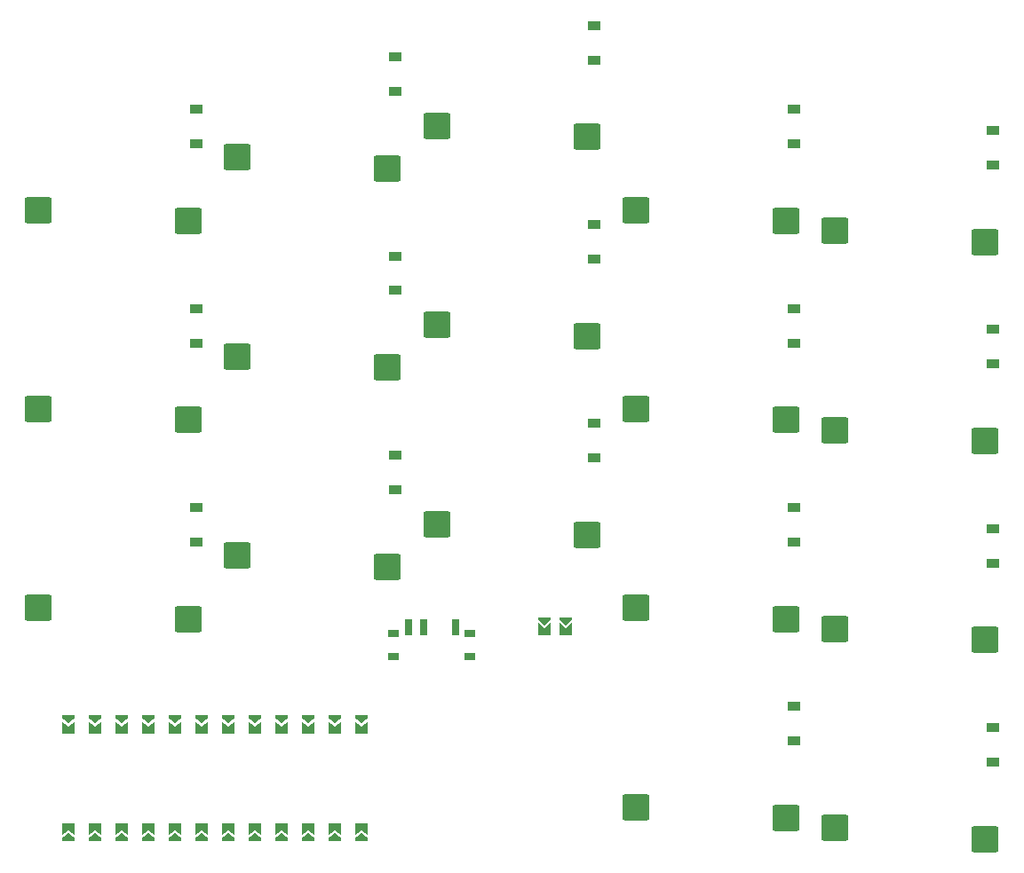
<source format=gbr>
%TF.GenerationSoftware,KiCad,Pcbnew,8.0.4*%
%TF.CreationDate,2024-08-31T21:53:54+08:00*%
%TF.ProjectId,board,626f6172-642e-46b6-9963-61645f706362,v1.0.0*%
%TF.SameCoordinates,Original*%
%TF.FileFunction,Paste,Bot*%
%TF.FilePolarity,Positive*%
%FSLAX46Y46*%
G04 Gerber Fmt 4.6, Leading zero omitted, Abs format (unit mm)*
G04 Created by KiCad (PCBNEW 8.0.4) date 2024-08-31 21:53:54*
%MOMM*%
%LPD*%
G01*
G04 APERTURE LIST*
G04 Aperture macros list*
%AMRoundRect*
0 Rectangle with rounded corners*
0 $1 Rounding radius*
0 $2 $3 $4 $5 $6 $7 $8 $9 X,Y pos of 4 corners*
0 Add a 4 corners polygon primitive as box body*
4,1,4,$2,$3,$4,$5,$6,$7,$8,$9,$2,$3,0*
0 Add four circle primitives for the rounded corners*
1,1,$1+$1,$2,$3*
1,1,$1+$1,$4,$5*
1,1,$1+$1,$6,$7*
1,1,$1+$1,$8,$9*
0 Add four rect primitives between the rounded corners*
20,1,$1+$1,$2,$3,$4,$5,0*
20,1,$1+$1,$4,$5,$6,$7,0*
20,1,$1+$1,$6,$7,$8,$9,0*
20,1,$1+$1,$8,$9,$2,$3,0*%
%AMFreePoly0*
4,1,6,0.250000,0.000000,-0.250000,-0.625000,-0.500000,-0.625000,-0.500000,0.625000,-0.250000,0.625000,0.250000,0.000000,0.250000,0.000000,$1*%
%AMFreePoly1*
4,1,6,0.500000,-0.625000,-0.650000,-0.625000,-0.150000,0.000000,-0.650000,0.625000,0.500000,0.625000,0.500000,-0.625000,0.500000,-0.625000,$1*%
%AMFreePoly2*
4,1,6,0.600000,-1.000000,0.000000,-0.400000,-0.600000,-1.000000,-0.600000,0.250000,0.600000,0.250000,0.600000,-1.000000,0.600000,-1.000000,$1*%
%AMFreePoly3*
4,1,6,0.600000,-0.200000,0.600000,-0.400000,-0.600000,-0.400000,-0.600000,-0.200000,0.000000,0.400000,0.600000,-0.200000,0.600000,-0.200000,$1*%
G04 Aperture macros list end*
%ADD10FreePoly0,270.000000*%
%ADD11FreePoly0,90.000000*%
%ADD12FreePoly1,90.000000*%
%ADD13FreePoly1,270.000000*%
%ADD14R,1.000000X0.800000*%
%ADD15R,0.700000X1.500000*%
%ADD16FreePoly2,180.000000*%
%ADD17FreePoly3,180.000000*%
%ADD18R,1.200000X0.900000*%
%ADD19RoundRect,0.250000X-1.050000X-1.000000X1.050000X-1.000000X1.050000X1.000000X-1.050000X1.000000X0*%
G04 APERTURE END LIST*
D10*
%TO.C,MCU1*%
X169810000Y-171450000D03*
X172350000Y-171450000D03*
X174890000Y-171450000D03*
X177430000Y-171450000D03*
X179970000Y-171450000D03*
X182510000Y-171450000D03*
X185050000Y-171450000D03*
X187590000Y-171450000D03*
X190130000Y-171450000D03*
X192670000Y-171450000D03*
X195210000Y-171450000D03*
X197750000Y-171450000D03*
D11*
X197750000Y-182450000D03*
X195210000Y-182450000D03*
X192670000Y-182450000D03*
X190130000Y-182450000D03*
X187590000Y-182450000D03*
X185050000Y-182450000D03*
X182510000Y-182450000D03*
X179970000Y-182450000D03*
X177430000Y-182450000D03*
X174890000Y-182450000D03*
X172350000Y-182450000D03*
X169810000Y-182450000D03*
D12*
X169810000Y-181725000D03*
X172350000Y-181725000D03*
X174890000Y-181725000D03*
X177430000Y-181725000D03*
X179970000Y-181725000D03*
X182510000Y-181725000D03*
X185050000Y-181725000D03*
X187590000Y-181725000D03*
X190130000Y-181725000D03*
X192670000Y-181725000D03*
X195210000Y-181725000D03*
X197750000Y-181725000D03*
D13*
X197750000Y-172175000D03*
X195210000Y-172175000D03*
X192670000Y-172175000D03*
X190130000Y-172175000D03*
X187590000Y-172175000D03*
X185050000Y-172175000D03*
X182510000Y-172175000D03*
X179970000Y-172175000D03*
X177430000Y-172175000D03*
X174890000Y-172175000D03*
X172350000Y-172175000D03*
X169810000Y-172175000D03*
%TD*%
D14*
%TO.C,PWR1*%
X208150000Y-163139999D03*
X200850000Y-163140000D03*
X208150000Y-165350000D03*
X200850000Y-165350000D03*
D15*
X206750000Y-162490000D03*
X203750000Y-162490000D03*
X202250000Y-162490000D03*
%TD*%
D16*
%TO.C,JST1*%
X217250000Y-163000000D03*
X215250000Y-163000000D03*
D17*
X215250000Y-161984000D03*
X217250000Y-161984000D03*
%TD*%
D18*
%TO.C,D14*%
X258000000Y-175400000D03*
X258000000Y-172100000D03*
%TD*%
%TO.C,D5*%
X201000000Y-130400000D03*
X201000000Y-127100000D03*
%TD*%
%TO.C,D11*%
X239000000Y-154400000D03*
X239000000Y-151100000D03*
%TD*%
D19*
%TO.C,S16*%
X242950000Y-143700000D03*
X257250000Y-144750000D03*
%TD*%
%TO.C,S8*%
X204950000Y-133700000D03*
X219250000Y-134750000D03*
%TD*%
%TO.C,S17*%
X242950000Y-124700000D03*
X257250000Y-125750000D03*
%TD*%
D18*
%TO.C,D3*%
X182000000Y-116400000D03*
X182000000Y-113100000D03*
%TD*%
D19*
%TO.C,S9*%
X204950000Y-114700000D03*
X219250000Y-115750000D03*
%TD*%
%TO.C,S11*%
X223950000Y-160700000D03*
X238250000Y-161750000D03*
%TD*%
%TO.C,S15*%
X242950000Y-162700000D03*
X257250000Y-163750000D03*
%TD*%
%TO.C,S7*%
X204950000Y-152700000D03*
X219250000Y-153750000D03*
%TD*%
D18*
%TO.C,D10*%
X239000000Y-173400000D03*
X239000000Y-170100000D03*
%TD*%
%TO.C,D12*%
X239000000Y-135400000D03*
X239000000Y-132100000D03*
%TD*%
%TO.C,D8*%
X220000000Y-127400000D03*
X220000000Y-124100000D03*
%TD*%
%TO.C,D2*%
X182000000Y-135400000D03*
X182000000Y-132100000D03*
%TD*%
D19*
%TO.C,S5*%
X185950000Y-136700000D03*
X200250000Y-137750000D03*
%TD*%
%TO.C,S6*%
X185950000Y-117700000D03*
X200250000Y-118750000D03*
%TD*%
%TO.C,S14*%
X242950000Y-181700000D03*
X257250000Y-182750000D03*
%TD*%
D18*
%TO.C,D9*%
X220000000Y-108400000D03*
X220000000Y-105100000D03*
%TD*%
%TO.C,D6*%
X201000000Y-111400000D03*
X201000000Y-108100000D03*
%TD*%
D19*
%TO.C,S3*%
X166950000Y-122700000D03*
X181250000Y-123750000D03*
%TD*%
%TO.C,S1*%
X166950000Y-160700000D03*
X181250000Y-161750000D03*
%TD*%
D18*
%TO.C,D15*%
X258000000Y-156400000D03*
X258000000Y-153100000D03*
%TD*%
%TO.C,D16*%
X258000000Y-137400000D03*
X258000000Y-134100000D03*
%TD*%
D19*
%TO.C,S10*%
X223950000Y-179700000D03*
X238250000Y-180750000D03*
%TD*%
%TO.C,S4*%
X185950000Y-155700000D03*
X200250000Y-156750000D03*
%TD*%
%TO.C,S13*%
X223950000Y-122700000D03*
X238250000Y-123750000D03*
%TD*%
D18*
%TO.C,D13*%
X239000000Y-116400000D03*
X239000000Y-113100000D03*
%TD*%
D19*
%TO.C,S12*%
X223950000Y-141700000D03*
X238250000Y-142750000D03*
%TD*%
D18*
%TO.C,D7*%
X220000000Y-146400000D03*
X220000000Y-143100000D03*
%TD*%
D19*
%TO.C,S2*%
X166950000Y-141700000D03*
X181250000Y-142750000D03*
%TD*%
D18*
%TO.C,D1*%
X182000000Y-154400000D03*
X182000000Y-151100000D03*
%TD*%
%TO.C,D17*%
X258000000Y-118400000D03*
X258000000Y-115100000D03*
%TD*%
%TO.C,D4*%
X201000000Y-149400000D03*
X201000000Y-146100000D03*
%TD*%
M02*

</source>
